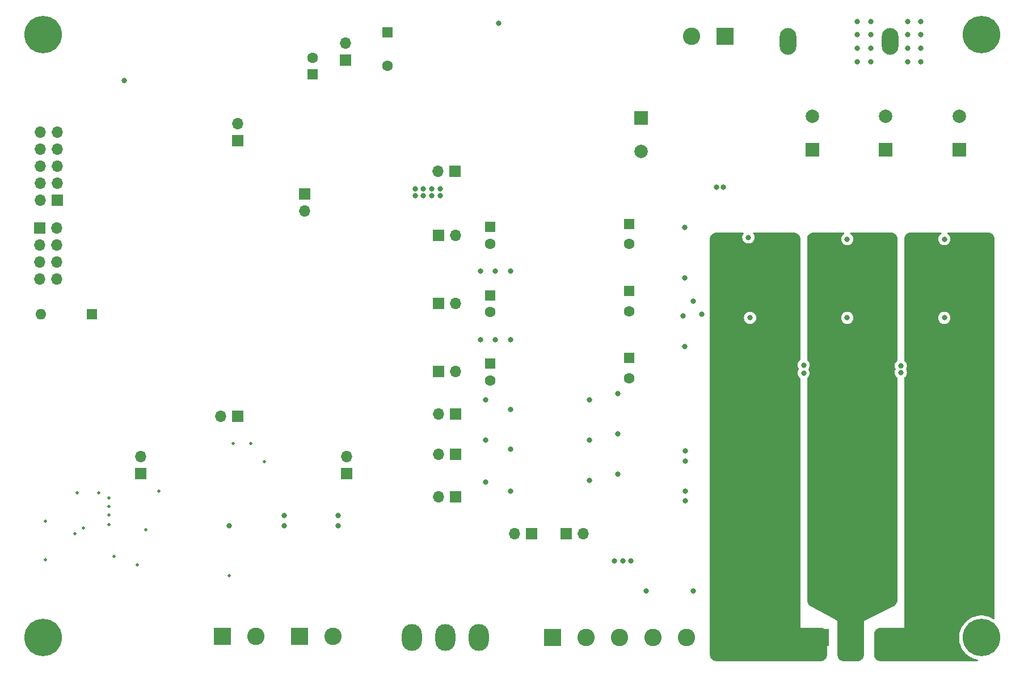
<source format=gbr>
%TF.GenerationSoftware,KiCad,Pcbnew,8.0.3*%
%TF.CreationDate,2024-07-07T23:54:37+03:00*%
%TF.ProjectId,STM32_Motor_Kit_v0.1,53544d33-325f-44d6-9f74-6f725f4b6974,rev?*%
%TF.SameCoordinates,Original*%
%TF.FileFunction,Copper,L3,Inr*%
%TF.FilePolarity,Positive*%
%FSLAX46Y46*%
G04 Gerber Fmt 4.6, Leading zero omitted, Abs format (unit mm)*
G04 Created by KiCad (PCBNEW 8.0.3) date 2024-07-07 23:54:37*
%MOMM*%
%LPD*%
G01*
G04 APERTURE LIST*
%TA.AperFunction,ComponentPad*%
%ADD10R,1.700000X1.700000*%
%TD*%
%TA.AperFunction,ComponentPad*%
%ADD11O,1.700000X1.700000*%
%TD*%
%TA.AperFunction,ComponentPad*%
%ADD12R,1.600000X1.600000*%
%TD*%
%TA.AperFunction,ComponentPad*%
%ADD13C,1.600000*%
%TD*%
%TA.AperFunction,ComponentPad*%
%ADD14C,0.800000*%
%TD*%
%TA.AperFunction,ComponentPad*%
%ADD15C,5.600000*%
%TD*%
%TA.AperFunction,ComponentPad*%
%ADD16R,2.000000X2.000000*%
%TD*%
%TA.AperFunction,ComponentPad*%
%ADD17C,2.000000*%
%TD*%
%TA.AperFunction,ComponentPad*%
%ADD18O,1.600000X1.600000*%
%TD*%
%TA.AperFunction,ComponentPad*%
%ADD19R,2.600000X2.600000*%
%TD*%
%TA.AperFunction,ComponentPad*%
%ADD20C,2.600000*%
%TD*%
%TA.AperFunction,ComponentPad*%
%ADD21O,2.500000X4.000000*%
%TD*%
%TA.AperFunction,ComponentPad*%
%ADD22O,3.000000X4.000000*%
%TD*%
%TA.AperFunction,ViaPad*%
%ADD23C,0.800000*%
%TD*%
%TA.AperFunction,ViaPad*%
%ADD24C,0.500000*%
%TD*%
G04 APERTURE END LIST*
D10*
%TO.N,Net-(JP13-A)*%
%TO.C,JP13*%
X100250000Y-120525000D03*
D11*
%TO.N,+5V*%
X100250000Y-117985000D03*
%TD*%
D12*
%TO.N,Net-(U9-VB)*%
%TO.C,C57*%
X142450000Y-103250000D03*
D13*
%TO.N,/Motor_Control/W_Phase_COM*%
X142450000Y-106250000D03*
%TD*%
D10*
%TO.N,+5V*%
%TO.C,JP4*%
X84025000Y-111945000D03*
D11*
%TO.N,Net-(JP4-B)*%
X81485000Y-111945000D03*
%TD*%
D12*
%TO.N,Net-(JP6-B)*%
%TO.C,C43*%
X121700000Y-83694888D03*
D13*
%TO.N,GND*%
X121700000Y-86194888D03*
%TD*%
D10*
%TO.N,GND*%
%TO.C,J2*%
X54460000Y-83860000D03*
D11*
%TO.N,Net-(J2-Pin_2)*%
X57000000Y-83860000D03*
%TO.N,GND*%
X54460000Y-86400000D03*
%TO.N,/MCU/RST*%
X57000000Y-86400000D03*
%TO.N,Net-(J2-Pin_5)*%
X54460000Y-88940000D03*
%TO.N,/MCU/SWDIO*%
X57000000Y-88940000D03*
%TO.N,Net-(J2-Pin_7)*%
X54460000Y-91480000D03*
%TO.N,/MCU/SWCLK*%
X57000000Y-91480000D03*
%TD*%
D14*
%TO.N,unconnected-(H2-Pad1)*%
%TO.C,H2*%
X192800000Y-55000000D03*
X193500000Y-53500000D03*
X193500000Y-56500000D03*
X195000000Y-52800000D03*
D15*
X195000000Y-55000000D03*
D14*
X195000000Y-57200000D03*
X196500000Y-53500000D03*
X196500000Y-56500000D03*
X197200000Y-55000000D03*
%TD*%
D10*
%TO.N,Net-(JP10-A)*%
%TO.C,JP10*%
X116575000Y-124000000D03*
D11*
%TO.N,+3.3V*%
X114035000Y-124000000D03*
%TD*%
D16*
%TO.N,+24V*%
%TO.C,C19*%
X144250000Y-67382323D03*
D17*
%TO.N,GND*%
X144250000Y-72382323D03*
%TD*%
D10*
%TO.N,+15V*%
%TO.C,JP6*%
X114025000Y-84900000D03*
D11*
%TO.N,Net-(JP6-B)*%
X116565000Y-84900000D03*
%TD*%
D12*
%TO.N,Net-(JP5-B)*%
%TO.C,C45*%
X121700000Y-104094888D03*
D13*
%TO.N,GND*%
X121700000Y-106594888D03*
%TD*%
D12*
%TO.N,/MCU/BOOT*%
%TO.C,SW1*%
X62300000Y-96750000D03*
D18*
%TO.N,+3.3V_MCU*%
X54680000Y-96750000D03*
%TD*%
D16*
%TO.N,Vbus*%
%TO.C,C58*%
X180750000Y-72117677D03*
D17*
%TO.N,GND*%
X180750000Y-67117677D03*
%TD*%
D12*
%TO.N,Net-(U7-VB)*%
%TO.C,C53*%
X142450000Y-83250000D03*
D13*
%TO.N,/Motor_Control/U_Phase_COM*%
X142450000Y-86250000D03*
%TD*%
D10*
%TO.N,Net-(JP12-A)*%
%TO.C,JP12*%
X133075000Y-129500000D03*
D11*
%TO.N,+5V*%
X135615000Y-129500000D03*
%TD*%
D16*
%TO.N,Vbus*%
%TO.C,C59*%
X191750000Y-72117677D03*
D17*
%TO.N,GND*%
X191750000Y-67117677D03*
%TD*%
D14*
%TO.N,unconnected-(H4-Pad1)*%
%TO.C,H4*%
X192800000Y-145000000D03*
X193500000Y-143500000D03*
X193500000Y-146500000D03*
X195000000Y-142800000D03*
D15*
X195000000Y-145000000D03*
D14*
X195000000Y-147200000D03*
X196500000Y-143500000D03*
X196500000Y-146500000D03*
X197200000Y-145000000D03*
%TD*%
D12*
%TO.N,+5V*%
%TO.C,C31*%
X106400000Y-54597349D03*
D13*
%TO.N,GND*%
X106400000Y-59597349D03*
%TD*%
D19*
%TO.N,/CanBus_Communication/CAN_L*%
%TO.C,J3*%
X81750000Y-144805000D03*
D20*
%TO.N,/CanBus_Communication/CAN_H*%
X86750000Y-144805000D03*
%TD*%
D10*
%TO.N,+15V*%
%TO.C,JP7*%
X114025000Y-95100000D03*
D11*
%TO.N,Net-(JP7-B)*%
X116565000Y-95100000D03*
%TD*%
D19*
%TO.N,GND(SHIELD)*%
%TO.C,J5*%
X131000000Y-145000000D03*
D20*
%TO.N,GND*%
X136000000Y-145000000D03*
%TO.N,Net-(J5-Pin_3)*%
X141000000Y-145000000D03*
%TO.N,Net-(J5-Pin_4)*%
X146000000Y-145000000D03*
%TO.N,Net-(J5-Pin_5)*%
X151000000Y-145000000D03*
%TD*%
D21*
%TO.N,Net-(J1-Pin_1)*%
%TO.C,F1*%
X166130000Y-56000000D03*
%TO.N,Vbus*%
X181370000Y-56000000D03*
%TD*%
D19*
%TO.N,Net-(J1-Pin_1)*%
%TO.C,J1*%
X156750000Y-55195000D03*
D20*
%TO.N,GND*%
X151750000Y-55195000D03*
%TD*%
D10*
%TO.N,Net-(JP15-A)*%
%TO.C,JP15*%
X84000000Y-70775000D03*
D11*
%TO.N,+3.3V*%
X84000000Y-68235000D03*
%TD*%
D19*
%TO.N,/Motor_Control/U_Phase_COM*%
%TO.C,J4*%
X171000000Y-145000000D03*
D20*
%TO.N,/Motor_Control/V_Phase_COM*%
X176000000Y-145000000D03*
%TO.N,/Motor_Control/W_Phase_COM*%
X181000000Y-145000000D03*
%TD*%
D12*
%TO.N,Net-(JP7-B)*%
%TO.C,C44*%
X121700000Y-93894888D03*
D13*
%TO.N,GND*%
X121700000Y-96394888D03*
%TD*%
D10*
%TO.N,Net-(JP3-A)*%
%TO.C,JP3*%
X116500000Y-75400000D03*
D11*
%TO.N,+3.3V*%
X113960000Y-75400000D03*
%TD*%
D14*
%TO.N,unconnected-(H3-Pad1)*%
%TO.C,H3*%
X52800000Y-145000000D03*
X53500000Y-143500000D03*
X53500000Y-146500000D03*
X55000000Y-142800000D03*
D15*
X55000000Y-145000000D03*
D14*
X55000000Y-147200000D03*
X56500000Y-143500000D03*
X56500000Y-146500000D03*
X57200000Y-145000000D03*
%TD*%
D10*
%TO.N,Net-(JP9-A)*%
%TO.C,JP9*%
X116575000Y-117600000D03*
D11*
%TO.N,+3.3V*%
X114035000Y-117600000D03*
%TD*%
D10*
%TO.N,unconnected-(J6-Pin_1-Pad1)*%
%TO.C,J6*%
X57075000Y-79675000D03*
D11*
%TO.N,unconnected-(J6-Pin_2-Pad2)*%
X54535000Y-79675000D03*
%TO.N,unconnected-(J6-Pin_3-Pad3)*%
X57075000Y-77135000D03*
%TO.N,unconnected-(J6-Pin_4-Pad4)*%
X54535000Y-77135000D03*
%TO.N,unconnected-(J6-Pin_5-Pad5)*%
X57075000Y-74595000D03*
%TO.N,unconnected-(J6-Pin_6-Pad6)*%
X54535000Y-74595000D03*
%TO.N,unconnected-(J6-Pin_7-Pad7)*%
X57075000Y-72055000D03*
%TO.N,unconnected-(J6-Pin_8-Pad8)*%
X54535000Y-72055000D03*
%TO.N,unconnected-(J6-Pin_9-Pad9)*%
X57075000Y-69515000D03*
%TO.N,unconnected-(J6-Pin_10-Pad10)*%
X54535000Y-69515000D03*
%TD*%
D14*
%TO.N,unconnected-(H1-Pad1)*%
%TO.C,H1*%
X52800000Y-55000000D03*
X53500000Y-53500000D03*
X53500000Y-56500000D03*
X55000000Y-52800000D03*
D15*
X55000000Y-55000000D03*
D14*
X55000000Y-57200000D03*
X56500000Y-53500000D03*
X56500000Y-56500000D03*
X57200000Y-55000000D03*
%TD*%
D10*
%TO.N,Net-(JP2-A)*%
%TO.C,JP2*%
X100100000Y-58775000D03*
D11*
%TO.N,+5V*%
X100100000Y-56235000D03*
%TD*%
D22*
%TO.N,+3.3V*%
%TO.C,RV1*%
X110000000Y-145000000D03*
%TO.N,Net-(R89-Pad1)*%
X115000000Y-145000000D03*
%TO.N,Net-(R88-Pad2)*%
X120000000Y-145000000D03*
%TD*%
D16*
%TO.N,Vbus*%
%TO.C,C103*%
X169800000Y-72117677D03*
D17*
%TO.N,GND*%
X169800000Y-67117677D03*
%TD*%
D10*
%TO.N,+3.3V*%
%TO.C,JP1*%
X94000000Y-78725000D03*
D11*
%TO.N,+3.3V_MCU*%
X94000000Y-81265000D03*
%TD*%
D10*
%TO.N,+15V*%
%TO.C,JP5*%
X114025000Y-105300000D03*
D11*
%TO.N,Net-(JP5-B)*%
X116565000Y-105300000D03*
%TD*%
D10*
%TO.N,Net-(JP14-A)*%
%TO.C,JP14*%
X69550000Y-120525000D03*
D11*
%TO.N,+5V*%
X69550000Y-117985000D03*
%TD*%
D19*
%TO.N,/RS485_Communication/RS485_0_P*%
%TO.C,J7*%
X93250000Y-144805000D03*
D20*
%TO.N,/RS485_Communication/RS485_0_N*%
X98250000Y-144805000D03*
%TD*%
D10*
%TO.N,Net-(JP8-A)*%
%TO.C,JP8*%
X116575000Y-111600000D03*
D11*
%TO.N,+3.3V*%
X114035000Y-111600000D03*
%TD*%
D12*
%TO.N,Net-(JP2-A)*%
%TO.C,C11*%
X95200000Y-60905113D03*
D13*
%TO.N,GND*%
X95200000Y-58405113D03*
%TD*%
D10*
%TO.N,Net-(JP11-A)*%
%TO.C,JP11*%
X127875000Y-129500000D03*
D11*
%TO.N,+3.3V*%
X125335000Y-129500000D03*
%TD*%
D12*
%TO.N,Net-(U8-VB)*%
%TO.C,C55*%
X142450000Y-93250000D03*
D13*
%TO.N,/Motor_Control/V_Phase_COM*%
X142450000Y-96250000D03*
%TD*%
D23*
%TO.N,+3.3V*%
X140800000Y-108600000D03*
X140800000Y-120600000D03*
X140800000Y-114600000D03*
%TO.N,GND*%
X120250000Y-90250000D03*
D24*
X65550000Y-132900000D03*
D23*
X91000000Y-126750000D03*
X123000000Y-53250000D03*
X122500000Y-90250000D03*
X121000000Y-109500000D03*
X122500000Y-100500000D03*
X124800000Y-123100000D03*
D24*
X69050000Y-134150000D03*
X83385000Y-116000000D03*
D23*
X124800000Y-110900000D03*
X67100000Y-61850000D03*
X124750000Y-100500000D03*
X121000000Y-115500000D03*
X99000000Y-128250000D03*
X136500000Y-115500000D03*
X136500000Y-121500000D03*
X120250000Y-100500000D03*
X121000000Y-121750000D03*
D24*
X82750000Y-135750000D03*
D23*
X124800000Y-116900000D03*
X91000000Y-128250000D03*
X124750000Y-90250000D03*
D24*
X86000000Y-116000000D03*
D23*
X82750000Y-128250000D03*
X136500000Y-109500000D03*
X99000000Y-126750000D03*
%TO.N,+5V*%
X142750000Y-133500000D03*
X141500000Y-133500000D03*
X145000000Y-138000000D03*
X140250000Y-133500000D03*
D24*
X88000000Y-118750000D03*
D23*
X152000000Y-138000000D03*
%TO.N,+15V*%
X110500000Y-78000000D03*
X113000000Y-79000000D03*
X111750000Y-78000000D03*
X114250000Y-79000000D03*
X110500000Y-79000000D03*
X114250000Y-78000000D03*
X111750000Y-79000000D03*
X113000000Y-78000000D03*
%TO.N,/Motor_Control/U_Phase_COM*%
X156500000Y-87750000D03*
X155250000Y-87750000D03*
%TO.N,/Motor_Control/V_Phase_COM*%
X171250000Y-88000000D03*
X170250000Y-88000000D03*
%TO.N,/Motor_Control/W_Phase_COM*%
X191750000Y-88500000D03*
X184500000Y-87750000D03*
X185500000Y-87750000D03*
X190750000Y-88500000D03*
%TO.N,Vbus*%
X156500000Y-77750000D03*
X184000000Y-59000000D03*
X178500000Y-59000000D03*
X178500000Y-57000000D03*
X184000000Y-55000000D03*
X178500000Y-53000000D03*
X176500000Y-57000000D03*
X186000000Y-57000000D03*
X176500000Y-59000000D03*
X155500000Y-77750000D03*
X176500000Y-53000000D03*
X178500000Y-55000000D03*
X186000000Y-55000000D03*
X184000000Y-53000000D03*
X176500000Y-55000000D03*
X186000000Y-59000000D03*
X184000000Y-57000000D03*
X186000000Y-53000000D03*
%TO.N,/Motor_Control/V_Shunt_High*%
X168500000Y-104300000D03*
X150800000Y-117100000D03*
%TO.N,/Motor_Control/W_Shunt_High*%
X183000000Y-104400000D03*
X150800000Y-123100000D03*
D24*
%TO.N,Net-(JP14-A)*%
X70300000Y-128900000D03*
X72300000Y-123150000D03*
D23*
%TO.N,Net-(D15-Pad2)*%
X150750000Y-83750000D03*
X160250000Y-85250000D03*
%TO.N,Net-(D16-Pad2)*%
X160500000Y-97250000D03*
X153250000Y-96750000D03*
%TO.N,Net-(D19-Pad2)*%
X150750000Y-91250000D03*
X175000000Y-85500000D03*
%TO.N,Net-(D20-Pad2)*%
X150500000Y-97000000D03*
X175000000Y-97250000D03*
%TO.N,Net-(D23-Pad2)*%
X189500000Y-85500000D03*
X152000000Y-94750000D03*
%TO.N,Net-(D24-Pad2)*%
X189500000Y-97250000D03*
X150750000Y-101500000D03*
D24*
%TO.N,Net-(U15-QA)*%
X60050000Y-123400000D03*
X63300000Y-123400000D03*
%TO.N,Net-(U15-QB)*%
X64800000Y-124150000D03*
X55300000Y-127650000D03*
%TO.N,Net-(U15-QC)*%
X61000000Y-128600000D03*
X64800000Y-125400000D03*
%TO.N,Net-(U15-QD)*%
X64800000Y-126650000D03*
X59700000Y-129500000D03*
%TO.N,Net-(U15-QE)*%
X55300000Y-133400000D03*
X64800000Y-128150000D03*
D23*
%TO.N,/Motor_Control/UVW_Phase_Total*%
X150800000Y-124600000D03*
X168500000Y-105500000D03*
X183000000Y-105400000D03*
X150800000Y-118600000D03*
%TD*%
%TA.AperFunction,Conductor*%
%TO.N,/Motor_Control/U_Phase_COM*%
G36*
X159502091Y-84519685D02*
G01*
X159547846Y-84572489D01*
X159557790Y-84641647D01*
X159528765Y-84705203D01*
X159527203Y-84706971D01*
X159517466Y-84717785D01*
X159422821Y-84881715D01*
X159422818Y-84881722D01*
X159364327Y-85061740D01*
X159364326Y-85061744D01*
X159344540Y-85250000D01*
X159364326Y-85438256D01*
X159364327Y-85438259D01*
X159422818Y-85618277D01*
X159422821Y-85618284D01*
X159517467Y-85782216D01*
X159644129Y-85922888D01*
X159797265Y-86034148D01*
X159797270Y-86034151D01*
X159970192Y-86111142D01*
X159970197Y-86111144D01*
X160155354Y-86150500D01*
X160155355Y-86150500D01*
X160344644Y-86150500D01*
X160344646Y-86150500D01*
X160529803Y-86111144D01*
X160702730Y-86034151D01*
X160855871Y-85922888D01*
X160982533Y-85782216D01*
X161077179Y-85618284D01*
X161135674Y-85438256D01*
X161155460Y-85250000D01*
X161135674Y-85061744D01*
X161077179Y-84881716D01*
X160982533Y-84717784D01*
X160972797Y-84706971D01*
X160942568Y-84643980D01*
X160951194Y-84574644D01*
X160995935Y-84520979D01*
X161062588Y-84500022D01*
X161064948Y-84500000D01*
X166993907Y-84500000D01*
X167006061Y-84500597D01*
X167182941Y-84518018D01*
X167206769Y-84522757D01*
X167371001Y-84572576D01*
X167393453Y-84581877D01*
X167544798Y-84662772D01*
X167565008Y-84676276D01*
X167687684Y-84776953D01*
X167697666Y-84785145D01*
X167714854Y-84802333D01*
X167823722Y-84934989D01*
X167837227Y-84955201D01*
X167918121Y-85106543D01*
X167927424Y-85129001D01*
X167977240Y-85293224D01*
X167981982Y-85317065D01*
X167999403Y-85493938D01*
X168000000Y-85506092D01*
X168000000Y-103487010D01*
X167980315Y-103554049D01*
X167948887Y-103587327D01*
X167894128Y-103627112D01*
X167894123Y-103627116D01*
X167767466Y-103767785D01*
X167672821Y-103931715D01*
X167672818Y-103931722D01*
X167614327Y-104111740D01*
X167614326Y-104111744D01*
X167594540Y-104300000D01*
X167614326Y-104488256D01*
X167614327Y-104488259D01*
X167672818Y-104668277D01*
X167672821Y-104668284D01*
X167770716Y-104837844D01*
X167768150Y-104839325D01*
X167787250Y-104893098D01*
X167771327Y-104961129D01*
X167770680Y-104962135D01*
X167770716Y-104962156D01*
X167672821Y-105131715D01*
X167672818Y-105131722D01*
X167614327Y-105311740D01*
X167614326Y-105311744D01*
X167594540Y-105500000D01*
X167614326Y-105688256D01*
X167614327Y-105688259D01*
X167672818Y-105868277D01*
X167672821Y-105868284D01*
X167767467Y-106032216D01*
X167894129Y-106172888D01*
X167948885Y-106212670D01*
X167991551Y-106267999D01*
X168000000Y-106312988D01*
X168000000Y-143500000D01*
X170993907Y-143500000D01*
X171006061Y-143500597D01*
X171182941Y-143518018D01*
X171206769Y-143522757D01*
X171371001Y-143572576D01*
X171393453Y-143581877D01*
X171544798Y-143662772D01*
X171565010Y-143676277D01*
X171697666Y-143785145D01*
X171714854Y-143802333D01*
X171823722Y-143934989D01*
X171837227Y-143955201D01*
X171918121Y-144106543D01*
X171927424Y-144129001D01*
X171977240Y-144293224D01*
X171981982Y-144317065D01*
X171999403Y-144493938D01*
X172000000Y-144506092D01*
X172000000Y-147493907D01*
X171999403Y-147506061D01*
X171981982Y-147682934D01*
X171977240Y-147706775D01*
X171927424Y-147870998D01*
X171918121Y-147893456D01*
X171837227Y-148044798D01*
X171823722Y-148065010D01*
X171714854Y-148197666D01*
X171697666Y-148214854D01*
X171565010Y-148323722D01*
X171544798Y-148337227D01*
X171393456Y-148418121D01*
X171370998Y-148427424D01*
X171206775Y-148477240D01*
X171182934Y-148481982D01*
X171006061Y-148499403D01*
X170993907Y-148500000D01*
X155506093Y-148500000D01*
X155493939Y-148499403D01*
X155317065Y-148481982D01*
X155293224Y-148477240D01*
X155129001Y-148427424D01*
X155106543Y-148418121D01*
X154955201Y-148337227D01*
X154934989Y-148323722D01*
X154802333Y-148214854D01*
X154785145Y-148197666D01*
X154676277Y-148065010D01*
X154662772Y-148044798D01*
X154581878Y-147893456D01*
X154572575Y-147870998D01*
X154522757Y-147706769D01*
X154518018Y-147682941D01*
X154500597Y-147506061D01*
X154500000Y-147493907D01*
X154500000Y-97250000D01*
X159594540Y-97250000D01*
X159614326Y-97438256D01*
X159614327Y-97438259D01*
X159672818Y-97618277D01*
X159672821Y-97618284D01*
X159767467Y-97782216D01*
X159894129Y-97922888D01*
X160047265Y-98034148D01*
X160047270Y-98034151D01*
X160220192Y-98111142D01*
X160220197Y-98111144D01*
X160405354Y-98150500D01*
X160405355Y-98150500D01*
X160594644Y-98150500D01*
X160594646Y-98150500D01*
X160779803Y-98111144D01*
X160952730Y-98034151D01*
X161105871Y-97922888D01*
X161232533Y-97782216D01*
X161327179Y-97618284D01*
X161385674Y-97438256D01*
X161405460Y-97250000D01*
X161385674Y-97061744D01*
X161327179Y-96881716D01*
X161232533Y-96717784D01*
X161105871Y-96577112D01*
X161105870Y-96577111D01*
X160952734Y-96465851D01*
X160952729Y-96465848D01*
X160779807Y-96388857D01*
X160779802Y-96388855D01*
X160634001Y-96357865D01*
X160594646Y-96349500D01*
X160405354Y-96349500D01*
X160372897Y-96356398D01*
X160220197Y-96388855D01*
X160220192Y-96388857D01*
X160047270Y-96465848D01*
X160047265Y-96465851D01*
X159894129Y-96577111D01*
X159767466Y-96717785D01*
X159672821Y-96881715D01*
X159672818Y-96881722D01*
X159614327Y-97061740D01*
X159614326Y-97061744D01*
X159594540Y-97250000D01*
X154500000Y-97250000D01*
X154500000Y-85506092D01*
X154500597Y-85493938D01*
X154506081Y-85438259D01*
X154518018Y-85317056D01*
X154522757Y-85293232D01*
X154572577Y-85128994D01*
X154581875Y-85106549D01*
X154662775Y-84955195D01*
X154676272Y-84934995D01*
X154785149Y-84802328D01*
X154802328Y-84785149D01*
X154934995Y-84676272D01*
X154955195Y-84662775D01*
X155106549Y-84581875D01*
X155128994Y-84572577D01*
X155293232Y-84522757D01*
X155317056Y-84518018D01*
X155493939Y-84500597D01*
X155506093Y-84500000D01*
X159435052Y-84500000D01*
X159502091Y-84519685D01*
G37*
%TD.AperFunction*%
%TD*%
%TA.AperFunction,Conductor*%
%TO.N,/Motor_Control/V_Phase_COM*%
G36*
X174529767Y-84519685D02*
G01*
X174575522Y-84572489D01*
X174585466Y-84641647D01*
X174556441Y-84705203D01*
X174535613Y-84724318D01*
X174394129Y-84827111D01*
X174267466Y-84967785D01*
X174172821Y-85131715D01*
X174172818Y-85131722D01*
X174120341Y-85293232D01*
X174114326Y-85311744D01*
X174094540Y-85500000D01*
X174114326Y-85688256D01*
X174114327Y-85688259D01*
X174172818Y-85868277D01*
X174172821Y-85868284D01*
X174267467Y-86032216D01*
X174394129Y-86172888D01*
X174547265Y-86284148D01*
X174547270Y-86284151D01*
X174720192Y-86361142D01*
X174720197Y-86361144D01*
X174905354Y-86400500D01*
X174905355Y-86400500D01*
X175094644Y-86400500D01*
X175094646Y-86400500D01*
X175279803Y-86361144D01*
X175452730Y-86284151D01*
X175605871Y-86172888D01*
X175732533Y-86032216D01*
X175827179Y-85868284D01*
X175885674Y-85688256D01*
X175905460Y-85500000D01*
X175885674Y-85311744D01*
X175827179Y-85131716D01*
X175732533Y-84967784D01*
X175605871Y-84827112D01*
X175571765Y-84802333D01*
X175464387Y-84724318D01*
X175421721Y-84668988D01*
X175415742Y-84599375D01*
X175448348Y-84537580D01*
X175509186Y-84503223D01*
X175537272Y-84500000D01*
X181493907Y-84500000D01*
X181506061Y-84500597D01*
X181682941Y-84518018D01*
X181706769Y-84522757D01*
X181871001Y-84572576D01*
X181893453Y-84581877D01*
X182044798Y-84662772D01*
X182065010Y-84676277D01*
X182197666Y-84785145D01*
X182214854Y-84802333D01*
X182323722Y-84934989D01*
X182337227Y-84955201D01*
X182418121Y-85106543D01*
X182427424Y-85129001D01*
X182477240Y-85293224D01*
X182481982Y-85317065D01*
X182499403Y-85493938D01*
X182500000Y-85506092D01*
X182500000Y-103587010D01*
X182480315Y-103654049D01*
X182448887Y-103687327D01*
X182394128Y-103727112D01*
X182394123Y-103727116D01*
X182267466Y-103867785D01*
X182172821Y-104031715D01*
X182172818Y-104031722D01*
X182114327Y-104211740D01*
X182114326Y-104211744D01*
X182094540Y-104400000D01*
X182114326Y-104588256D01*
X182114327Y-104588259D01*
X182172818Y-104768277D01*
X182172820Y-104768281D01*
X182172821Y-104768284D01*
X182209732Y-104832216D01*
X182213072Y-104838001D01*
X182229543Y-104905901D01*
X182213072Y-104961999D01*
X182172820Y-105031718D01*
X182172818Y-105031722D01*
X182114327Y-105211740D01*
X182114326Y-105211744D01*
X182094540Y-105400000D01*
X182114326Y-105588256D01*
X182114327Y-105588259D01*
X182172818Y-105768277D01*
X182172821Y-105768284D01*
X182267467Y-105932216D01*
X182394129Y-106072888D01*
X182448885Y-106112670D01*
X182491551Y-106167999D01*
X182500000Y-106212988D01*
X182500000Y-139376237D01*
X182499473Y-139387661D01*
X182484080Y-139554024D01*
X182479887Y-139576485D01*
X182435806Y-139731658D01*
X182427564Y-139752969D01*
X182355759Y-139897420D01*
X182343747Y-139916855D01*
X182246654Y-140045685D01*
X182231280Y-140062588D01*
X182112197Y-140171417D01*
X182093981Y-140185212D01*
X181952074Y-140273373D01*
X181942092Y-140278953D01*
X178052780Y-142223609D01*
X178052771Y-142223614D01*
X177500000Y-142500000D01*
X177500000Y-143118034D01*
X177500000Y-143118039D01*
X177500000Y-147493907D01*
X177499403Y-147506061D01*
X177481982Y-147682934D01*
X177477240Y-147706775D01*
X177427424Y-147870998D01*
X177418121Y-147893456D01*
X177337227Y-148044798D01*
X177323722Y-148065010D01*
X177214854Y-148197666D01*
X177197666Y-148214854D01*
X177065010Y-148323722D01*
X177044798Y-148337227D01*
X176893456Y-148418121D01*
X176870998Y-148427424D01*
X176706775Y-148477240D01*
X176682934Y-148481982D01*
X176506061Y-148499403D01*
X176493907Y-148500000D01*
X174506093Y-148500000D01*
X174493939Y-148499403D01*
X174317065Y-148481982D01*
X174293224Y-148477240D01*
X174129001Y-148427424D01*
X174106543Y-148418121D01*
X173955201Y-148337227D01*
X173934989Y-148323722D01*
X173802333Y-148214854D01*
X173785145Y-148197666D01*
X173676277Y-148065010D01*
X173662772Y-148044798D01*
X173581878Y-147893456D01*
X173572575Y-147870998D01*
X173522757Y-147706769D01*
X173518018Y-147682941D01*
X173500597Y-147506061D01*
X173500000Y-147493907D01*
X173500000Y-143088405D01*
X173500000Y-143088403D01*
X173500000Y-142500000D01*
X172985645Y-142214247D01*
X172985631Y-142214239D01*
X169520122Y-140288955D01*
X169508955Y-140281949D01*
X169351565Y-140171132D01*
X169331766Y-140153774D01*
X169205813Y-140017096D01*
X169190127Y-139995949D01*
X169095873Y-139835764D01*
X169085005Y-139811781D01*
X169026697Y-139635305D01*
X169021138Y-139609569D01*
X169000701Y-139418162D01*
X169000000Y-139404997D01*
X169000000Y-106312988D01*
X169019685Y-106245949D01*
X169051113Y-106212671D01*
X169105871Y-106172888D01*
X169232533Y-106032216D01*
X169327179Y-105868284D01*
X169385674Y-105688256D01*
X169405460Y-105500000D01*
X169385674Y-105311744D01*
X169327179Y-105131716D01*
X169232533Y-104967784D01*
X169229284Y-104962156D01*
X169231929Y-104960628D01*
X169212779Y-104907421D01*
X169228417Y-104839323D01*
X169229344Y-104837879D01*
X169229284Y-104837844D01*
X169269448Y-104768277D01*
X169327179Y-104668284D01*
X169385674Y-104488256D01*
X169405460Y-104300000D01*
X169385674Y-104111744D01*
X169327179Y-103931716D01*
X169232533Y-103767784D01*
X169160089Y-103687327D01*
X169105876Y-103627116D01*
X169105871Y-103627112D01*
X169051113Y-103587327D01*
X169008448Y-103531997D01*
X169000000Y-103487010D01*
X169000000Y-97250000D01*
X174094540Y-97250000D01*
X174114326Y-97438256D01*
X174114327Y-97438259D01*
X174172818Y-97618277D01*
X174172821Y-97618284D01*
X174267467Y-97782216D01*
X174394129Y-97922888D01*
X174547265Y-98034148D01*
X174547270Y-98034151D01*
X174720192Y-98111142D01*
X174720197Y-98111144D01*
X174905354Y-98150500D01*
X174905355Y-98150500D01*
X175094644Y-98150500D01*
X175094646Y-98150500D01*
X175279803Y-98111144D01*
X175452730Y-98034151D01*
X175605871Y-97922888D01*
X175732533Y-97782216D01*
X175827179Y-97618284D01*
X175885674Y-97438256D01*
X175905460Y-97250000D01*
X175885674Y-97061744D01*
X175827179Y-96881716D01*
X175732533Y-96717784D01*
X175605871Y-96577112D01*
X175605870Y-96577111D01*
X175452734Y-96465851D01*
X175452729Y-96465848D01*
X175279807Y-96388857D01*
X175279802Y-96388855D01*
X175134001Y-96357865D01*
X175094646Y-96349500D01*
X174905354Y-96349500D01*
X174872897Y-96356398D01*
X174720197Y-96388855D01*
X174720192Y-96388857D01*
X174547270Y-96465848D01*
X174547265Y-96465851D01*
X174394129Y-96577111D01*
X174267466Y-96717785D01*
X174172821Y-96881715D01*
X174172818Y-96881722D01*
X174114327Y-97061740D01*
X174114326Y-97061744D01*
X174094540Y-97250000D01*
X169000000Y-97250000D01*
X169000000Y-85506092D01*
X169000597Y-85493938D01*
X169018018Y-85317056D01*
X169022757Y-85293232D01*
X169072577Y-85128994D01*
X169081875Y-85106549D01*
X169162775Y-84955195D01*
X169176272Y-84934995D01*
X169285149Y-84802328D01*
X169302328Y-84785149D01*
X169434995Y-84676272D01*
X169455195Y-84662775D01*
X169606549Y-84581875D01*
X169628994Y-84572577D01*
X169793232Y-84522757D01*
X169817056Y-84518018D01*
X169993939Y-84500597D01*
X170006093Y-84500000D01*
X174462728Y-84500000D01*
X174529767Y-84519685D01*
G37*
%TD.AperFunction*%
%TD*%
%TA.AperFunction,Conductor*%
%TO.N,/Motor_Control/W_Phase_COM*%
G36*
X189029767Y-84519685D02*
G01*
X189075522Y-84572489D01*
X189085466Y-84641647D01*
X189056441Y-84705203D01*
X189035613Y-84724318D01*
X188894129Y-84827111D01*
X188767466Y-84967785D01*
X188672821Y-85131715D01*
X188672818Y-85131722D01*
X188620341Y-85293232D01*
X188614326Y-85311744D01*
X188594540Y-85500000D01*
X188614326Y-85688256D01*
X188614327Y-85688259D01*
X188672818Y-85868277D01*
X188672821Y-85868284D01*
X188767467Y-86032216D01*
X188894129Y-86172888D01*
X189047265Y-86284148D01*
X189047270Y-86284151D01*
X189220192Y-86361142D01*
X189220197Y-86361144D01*
X189405354Y-86400500D01*
X189405355Y-86400500D01*
X189594644Y-86400500D01*
X189594646Y-86400500D01*
X189779803Y-86361144D01*
X189952730Y-86284151D01*
X190105871Y-86172888D01*
X190232533Y-86032216D01*
X190327179Y-85868284D01*
X190385674Y-85688256D01*
X190405460Y-85500000D01*
X190385674Y-85311744D01*
X190327179Y-85131716D01*
X190232533Y-84967784D01*
X190105871Y-84827112D01*
X190071765Y-84802333D01*
X189964387Y-84724318D01*
X189921721Y-84668988D01*
X189915742Y-84599375D01*
X189948348Y-84537580D01*
X190009186Y-84503223D01*
X190037272Y-84500000D01*
X195993907Y-84500000D01*
X196006061Y-84500597D01*
X196182941Y-84518018D01*
X196206769Y-84522757D01*
X196371001Y-84572576D01*
X196393453Y-84581877D01*
X196544798Y-84662772D01*
X196565010Y-84676277D01*
X196697666Y-84785145D01*
X196714854Y-84802333D01*
X196823722Y-84934989D01*
X196837227Y-84955201D01*
X196918121Y-85106543D01*
X196927424Y-85129001D01*
X196977240Y-85293224D01*
X196981982Y-85317065D01*
X196999403Y-85493938D01*
X197000000Y-85506092D01*
X197000000Y-142132168D01*
X196980315Y-142199207D01*
X196927511Y-142244962D01*
X196858353Y-142254906D01*
X196812072Y-142238419D01*
X196635480Y-142132168D01*
X196548253Y-142079685D01*
X196548247Y-142079682D01*
X196548244Y-142079680D01*
X196223447Y-141929414D01*
X196223441Y-141929411D01*
X196223435Y-141929409D01*
X196053854Y-141872270D01*
X195884273Y-141815131D01*
X195534744Y-141738194D01*
X195178949Y-141699500D01*
X195178948Y-141699500D01*
X194821052Y-141699500D01*
X194821050Y-141699500D01*
X194465255Y-141738194D01*
X194115726Y-141815131D01*
X193859970Y-141901306D01*
X193776565Y-141929409D01*
X193776563Y-141929410D01*
X193776552Y-141929414D01*
X193451755Y-142079680D01*
X193451751Y-142079682D01*
X193253100Y-142199207D01*
X193145081Y-142264200D01*
X193056768Y-142331333D01*
X192860172Y-142480781D01*
X192860163Y-142480789D01*
X192600331Y-142726914D01*
X192368641Y-142999680D01*
X192368634Y-142999690D01*
X192167790Y-143295913D01*
X192167784Y-143295922D01*
X192000151Y-143612111D01*
X192000142Y-143612129D01*
X191867674Y-143944600D01*
X191867672Y-143944607D01*
X191771932Y-144289434D01*
X191771926Y-144289460D01*
X191714029Y-144642614D01*
X191714028Y-144642631D01*
X191694652Y-144999997D01*
X191694652Y-145000002D01*
X191714028Y-145357368D01*
X191714029Y-145357385D01*
X191771926Y-145710539D01*
X191771932Y-145710565D01*
X191867672Y-146055392D01*
X191867674Y-146055399D01*
X192000142Y-146387870D01*
X192000151Y-146387888D01*
X192167784Y-146704077D01*
X192167790Y-146704086D01*
X192368634Y-147000309D01*
X192368641Y-147000319D01*
X192369377Y-147001185D01*
X192600332Y-147273086D01*
X192860163Y-147519211D01*
X193145081Y-147735800D01*
X193451747Y-147920315D01*
X193451749Y-147920316D01*
X193451751Y-147920317D01*
X193451755Y-147920319D01*
X193546800Y-147964291D01*
X193776565Y-148070591D01*
X194106107Y-148181627D01*
X194115726Y-148184868D01*
X194433880Y-148254899D01*
X194495121Y-148288535D01*
X194528455Y-148349940D01*
X194523299Y-148419619D01*
X194481290Y-148475450D01*
X194415766Y-148499705D01*
X194407224Y-148500000D01*
X180006093Y-148500000D01*
X179993939Y-148499403D01*
X179817065Y-148481982D01*
X179793224Y-148477240D01*
X179629001Y-148427424D01*
X179606543Y-148418121D01*
X179455201Y-148337227D01*
X179434989Y-148323722D01*
X179302333Y-148214854D01*
X179285145Y-148197666D01*
X179176277Y-148065010D01*
X179162772Y-148044798D01*
X179096236Y-147920317D01*
X179081877Y-147893453D01*
X179072575Y-147870998D01*
X179022757Y-147706769D01*
X179018018Y-147682941D01*
X179000597Y-147506061D01*
X179000000Y-147493907D01*
X179000000Y-144506092D01*
X179000597Y-144493938D01*
X179018018Y-144317056D01*
X179022757Y-144293232D01*
X179072577Y-144128994D01*
X179081875Y-144106549D01*
X179162775Y-143955195D01*
X179176272Y-143934995D01*
X179285149Y-143802328D01*
X179302328Y-143785149D01*
X179434995Y-143676272D01*
X179455195Y-143662775D01*
X179606549Y-143581875D01*
X179628994Y-143572577D01*
X179793232Y-143522757D01*
X179817056Y-143518018D01*
X179993939Y-143500597D01*
X180006093Y-143500000D01*
X182499997Y-143500000D01*
X182500000Y-143500000D01*
X183500000Y-143500000D01*
X183500000Y-106212988D01*
X183519685Y-106145949D01*
X183551113Y-106112671D01*
X183605871Y-106072888D01*
X183732533Y-105932216D01*
X183827179Y-105768284D01*
X183885674Y-105588256D01*
X183905460Y-105400000D01*
X183885674Y-105211744D01*
X183827179Y-105031716D01*
X183786927Y-104961999D01*
X183770454Y-104894101D01*
X183786927Y-104838001D01*
X183827179Y-104768284D01*
X183885674Y-104588256D01*
X183905460Y-104400000D01*
X183885674Y-104211744D01*
X183827179Y-104031716D01*
X183732533Y-103867784D01*
X183682922Y-103812686D01*
X183605876Y-103727116D01*
X183605871Y-103727112D01*
X183551113Y-103687327D01*
X183508448Y-103631997D01*
X183500000Y-103587010D01*
X183500000Y-97250000D01*
X188594540Y-97250000D01*
X188614326Y-97438256D01*
X188614327Y-97438259D01*
X188672818Y-97618277D01*
X188672821Y-97618284D01*
X188767467Y-97782216D01*
X188894129Y-97922888D01*
X189047265Y-98034148D01*
X189047270Y-98034151D01*
X189220192Y-98111142D01*
X189220197Y-98111144D01*
X189405354Y-98150500D01*
X189405355Y-98150500D01*
X189594644Y-98150500D01*
X189594646Y-98150500D01*
X189779803Y-98111144D01*
X189952730Y-98034151D01*
X190105871Y-97922888D01*
X190232533Y-97782216D01*
X190327179Y-97618284D01*
X190385674Y-97438256D01*
X190405460Y-97250000D01*
X190385674Y-97061744D01*
X190327179Y-96881716D01*
X190232533Y-96717784D01*
X190105871Y-96577112D01*
X190105870Y-96577111D01*
X189952734Y-96465851D01*
X189952729Y-96465848D01*
X189779807Y-96388857D01*
X189779802Y-96388855D01*
X189634001Y-96357865D01*
X189594646Y-96349500D01*
X189405354Y-96349500D01*
X189372897Y-96356398D01*
X189220197Y-96388855D01*
X189220192Y-96388857D01*
X189047270Y-96465848D01*
X189047265Y-96465851D01*
X188894129Y-96577111D01*
X188767466Y-96717785D01*
X188672821Y-96881715D01*
X188672818Y-96881722D01*
X188614327Y-97061740D01*
X188614326Y-97061744D01*
X188594540Y-97250000D01*
X183500000Y-97250000D01*
X183500000Y-85506092D01*
X183500597Y-85493938D01*
X183518018Y-85317056D01*
X183522757Y-85293232D01*
X183572577Y-85128994D01*
X183581875Y-85106549D01*
X183662775Y-84955195D01*
X183676272Y-84934995D01*
X183785149Y-84802328D01*
X183802328Y-84785149D01*
X183934995Y-84676272D01*
X183955195Y-84662775D01*
X184106549Y-84581875D01*
X184128994Y-84572577D01*
X184293232Y-84522757D01*
X184317056Y-84518018D01*
X184493939Y-84500597D01*
X184506093Y-84500000D01*
X188962728Y-84500000D01*
X189029767Y-84519685D01*
G37*
%TD.AperFunction*%
%TD*%
M02*

</source>
